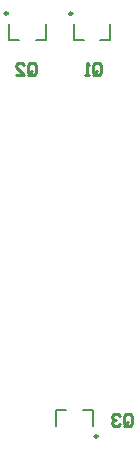
<source format=gbo>
G04 Layer_Color=32896*
%FSLAX25Y25*%
%MOIN*%
G70*
G01*
G75*
%ADD10C,0.01000*%
%ADD29C,0.00787*%
%ADD43C,0.00984*%
D10*
X53834Y-66334D02*
Y-63668D01*
X54501Y-63001D01*
X55834D01*
X56500Y-63668D01*
Y-66334D01*
X55834Y-67000D01*
X54501D01*
X55167Y-65667D02*
X53834Y-67000D01*
X54501D02*
X53834Y-66334D01*
X52501Y-63668D02*
X51835Y-63001D01*
X50502D01*
X49836Y-63668D01*
Y-64334D01*
X50502Y-65001D01*
X51168D01*
X50502D01*
X49836Y-65667D01*
Y-66334D01*
X50502Y-67000D01*
X51835D01*
X52501Y-66334D01*
X21834Y50666D02*
Y53332D01*
X22501Y53999D01*
X23833D01*
X24500Y53332D01*
Y50666D01*
X23833Y50000D01*
X22501D01*
X23167Y51333D02*
X21834Y50000D01*
X22501D02*
X21834Y50666D01*
X17835Y50000D02*
X20501D01*
X17835Y52666D01*
Y53332D01*
X18502Y53999D01*
X19835D01*
X20501Y53332D01*
X43334Y50666D02*
Y53332D01*
X44001Y53999D01*
X45334D01*
X46000Y53332D01*
Y50666D01*
X45334Y50000D01*
X44001D01*
X44667Y51333D02*
X43334Y50000D01*
X44001D02*
X43334Y50666D01*
X42001Y50000D02*
X40668D01*
X41335D01*
Y53999D01*
X42001Y53332D01*
D29*
X31157Y-61642D02*
X34504D01*
X31157Y-67154D02*
Y-61642D01*
X40016D02*
X43362D01*
Y-67154D02*
Y-61642D01*
X45756Y61555D02*
X49102D01*
Y67067D01*
X36898Y61555D02*
X40244D01*
X36898D02*
Y67067D01*
X24256Y61555D02*
X27602D01*
Y67067D01*
X15398Y61555D02*
X18744D01*
X15398D02*
Y67067D01*
D43*
X44839Y-70500D02*
G03*
X44839Y-70500I-492J0D01*
G01*
X36406Y70413D02*
G03*
X36406Y70413I-492J0D01*
G01*
X14906D02*
G03*
X14906Y70413I-492J0D01*
G01*
M02*

</source>
